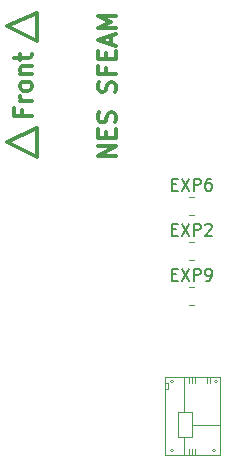
<source format=gbr>
%TF.GenerationSoftware,KiCad,Pcbnew,(5.1.10)-1*%
%TF.CreationDate,2021-06-12T16:41:28+02:00*%
%TF.ProjectId,Nes Sound Expansion,4e657320-536f-4756-9e64-20457870616e,rev?*%
%TF.SameCoordinates,Original*%
%TF.FileFunction,Legend,Top*%
%TF.FilePolarity,Positive*%
%FSLAX46Y46*%
G04 Gerber Fmt 4.6, Leading zero omitted, Abs format (unit mm)*
G04 Created by KiCad (PCBNEW (5.1.10)-1) date 2021-06-12 16:41:28*
%MOMM*%
%LPD*%
G01*
G04 APERTURE LIST*
%ADD10C,0.120000*%
%ADD11C,0.300000*%
%ADD12C,0.375000*%
%ADD13C,0.150000*%
G04 APERTURE END LIST*
D10*
X112014000Y-103505000D02*
G75*
G03*
X112014000Y-103505000I-127000J0D01*
G01*
X115697000Y-103505000D02*
G75*
G03*
X115697000Y-103505000I-127000J0D01*
G01*
X115570000Y-109347000D02*
G75*
G03*
X115570000Y-109347000I-127000J0D01*
G01*
X112014000Y-109347000D02*
G75*
G03*
X112014000Y-109347000I-127000J0D01*
G01*
X111506000Y-104140000D02*
X111252000Y-104140000D01*
X111506000Y-103632000D02*
X111252000Y-103632000D01*
X111506000Y-103632000D02*
X111506000Y-104140000D01*
X115062000Y-103124000D02*
X115062000Y-103632000D01*
X114808000Y-103124000D02*
X114808000Y-103632000D01*
X113792000Y-103124000D02*
X113792000Y-103632000D01*
X113538000Y-103124000D02*
X113538000Y-103632000D01*
X113284000Y-103124000D02*
X113284000Y-103632000D01*
X113792000Y-109220000D02*
X113792000Y-109728000D01*
X113538000Y-109220000D02*
X113538000Y-109728000D01*
X113284000Y-109220000D02*
X113284000Y-109728000D01*
X112903000Y-106045000D02*
X112903000Y-103124000D01*
X113538000Y-107188000D02*
X115951000Y-107188000D01*
X112903000Y-108204000D02*
X112903000Y-109728000D01*
X112395000Y-106045000D02*
X113538000Y-106045000D01*
X113538000Y-108204000D02*
X113538000Y-106045000D01*
X112395000Y-108204000D02*
X113538000Y-108204000D01*
X112395000Y-106045000D02*
X112395000Y-108204000D01*
X115951000Y-103124000D02*
X111252000Y-103124000D01*
X115951000Y-109728000D02*
X115951000Y-103124000D01*
X111252000Y-109728000D02*
X115951000Y-109728000D01*
X111252000Y-103124000D02*
X111252000Y-109728000D01*
D11*
X100457000Y-72263000D02*
X100457000Y-74676000D01*
X97917000Y-73406000D02*
X100457000Y-72263000D01*
X100457000Y-74676000D02*
X97917000Y-73406000D01*
X97917000Y-83185000D02*
X100457000Y-82042000D01*
X100457000Y-84455000D02*
X97917000Y-83185000D01*
X100457000Y-82042000D02*
X100457000Y-84455000D01*
D12*
X99206857Y-80521714D02*
X99206857Y-81021714D01*
X99992571Y-81021714D02*
X98492571Y-81021714D01*
X98492571Y-80307428D01*
X99992571Y-79736000D02*
X98992571Y-79736000D01*
X99278285Y-79736000D02*
X99135428Y-79664571D01*
X99064000Y-79593142D01*
X98992571Y-79450285D01*
X98992571Y-79307428D01*
X99992571Y-78593142D02*
X99921142Y-78736000D01*
X99849714Y-78807428D01*
X99706857Y-78878857D01*
X99278285Y-78878857D01*
X99135428Y-78807428D01*
X99064000Y-78736000D01*
X98992571Y-78593142D01*
X98992571Y-78378857D01*
X99064000Y-78236000D01*
X99135428Y-78164571D01*
X99278285Y-78093142D01*
X99706857Y-78093142D01*
X99849714Y-78164571D01*
X99921142Y-78236000D01*
X99992571Y-78378857D01*
X99992571Y-78593142D01*
X98992571Y-77450285D02*
X99992571Y-77450285D01*
X99135428Y-77450285D02*
X99064000Y-77378857D01*
X98992571Y-77236000D01*
X98992571Y-77021714D01*
X99064000Y-76878857D01*
X99206857Y-76807428D01*
X99992571Y-76807428D01*
X98992571Y-76307428D02*
X98992571Y-75736000D01*
X98492571Y-76093142D02*
X99778285Y-76093142D01*
X99921142Y-76021714D01*
X99992571Y-75878857D01*
X99992571Y-75736000D01*
D13*
X111871333Y-90606571D02*
X112204666Y-90606571D01*
X112347523Y-91130380D02*
X111871333Y-91130380D01*
X111871333Y-90130380D01*
X112347523Y-90130380D01*
X112680857Y-90130380D02*
X113347523Y-91130380D01*
X113347523Y-90130380D02*
X112680857Y-91130380D01*
X113728476Y-91130380D02*
X113728476Y-90130380D01*
X114109428Y-90130380D01*
X114204666Y-90178000D01*
X114252285Y-90225619D01*
X114299904Y-90320857D01*
X114299904Y-90463714D01*
X114252285Y-90558952D01*
X114204666Y-90606571D01*
X114109428Y-90654190D01*
X113728476Y-90654190D01*
X114680857Y-90225619D02*
X114728476Y-90178000D01*
X114823714Y-90130380D01*
X115061809Y-90130380D01*
X115157047Y-90178000D01*
X115204666Y-90225619D01*
X115252285Y-90320857D01*
X115252285Y-90416095D01*
X115204666Y-90558952D01*
X114633238Y-91130380D01*
X115252285Y-91130380D01*
X111871333Y-94416571D02*
X112204666Y-94416571D01*
X112347523Y-94940380D02*
X111871333Y-94940380D01*
X111871333Y-93940380D01*
X112347523Y-93940380D01*
X112680857Y-93940380D02*
X113347523Y-94940380D01*
X113347523Y-93940380D02*
X112680857Y-94940380D01*
X113728476Y-94940380D02*
X113728476Y-93940380D01*
X114109428Y-93940380D01*
X114204666Y-93988000D01*
X114252285Y-94035619D01*
X114299904Y-94130857D01*
X114299904Y-94273714D01*
X114252285Y-94368952D01*
X114204666Y-94416571D01*
X114109428Y-94464190D01*
X113728476Y-94464190D01*
X114776095Y-94940380D02*
X114966571Y-94940380D01*
X115061809Y-94892761D01*
X115109428Y-94845142D01*
X115204666Y-94702285D01*
X115252285Y-94511809D01*
X115252285Y-94130857D01*
X115204666Y-94035619D01*
X115157047Y-93988000D01*
X115061809Y-93940380D01*
X114871333Y-93940380D01*
X114776095Y-93988000D01*
X114728476Y-94035619D01*
X114680857Y-94130857D01*
X114680857Y-94368952D01*
X114728476Y-94464190D01*
X114776095Y-94511809D01*
X114871333Y-94559428D01*
X115061809Y-94559428D01*
X115157047Y-94511809D01*
X115204666Y-94464190D01*
X115252285Y-94368952D01*
X111871333Y-86796571D02*
X112204666Y-86796571D01*
X112347523Y-87320380D02*
X111871333Y-87320380D01*
X111871333Y-86320380D01*
X112347523Y-86320380D01*
X112680857Y-86320380D02*
X113347523Y-87320380D01*
X113347523Y-86320380D02*
X112680857Y-87320380D01*
X113728476Y-87320380D02*
X113728476Y-86320380D01*
X114109428Y-86320380D01*
X114204666Y-86368000D01*
X114252285Y-86415619D01*
X114299904Y-86510857D01*
X114299904Y-86653714D01*
X114252285Y-86748952D01*
X114204666Y-86796571D01*
X114109428Y-86844190D01*
X113728476Y-86844190D01*
X115157047Y-86320380D02*
X114966571Y-86320380D01*
X114871333Y-86368000D01*
X114823714Y-86415619D01*
X114728476Y-86558476D01*
X114680857Y-86748952D01*
X114680857Y-87129904D01*
X114728476Y-87225142D01*
X114776095Y-87272761D01*
X114871333Y-87320380D01*
X115061809Y-87320380D01*
X115157047Y-87272761D01*
X115204666Y-87225142D01*
X115252285Y-87129904D01*
X115252285Y-86891809D01*
X115204666Y-86796571D01*
X115157047Y-86748952D01*
X115061809Y-86701333D01*
X114871333Y-86701333D01*
X114776095Y-86748952D01*
X114728476Y-86796571D01*
X114680857Y-86891809D01*
D11*
X107104571Y-84414571D02*
X105604571Y-84414571D01*
X107104571Y-83557428D01*
X105604571Y-83557428D01*
X106318857Y-82843142D02*
X106318857Y-82343142D01*
X107104571Y-82128857D02*
X107104571Y-82843142D01*
X105604571Y-82843142D01*
X105604571Y-82128857D01*
X107033142Y-81557428D02*
X107104571Y-81343142D01*
X107104571Y-80986000D01*
X107033142Y-80843142D01*
X106961714Y-80771714D01*
X106818857Y-80700285D01*
X106676000Y-80700285D01*
X106533142Y-80771714D01*
X106461714Y-80843142D01*
X106390285Y-80986000D01*
X106318857Y-81271714D01*
X106247428Y-81414571D01*
X106176000Y-81486000D01*
X106033142Y-81557428D01*
X105890285Y-81557428D01*
X105747428Y-81486000D01*
X105676000Y-81414571D01*
X105604571Y-81271714D01*
X105604571Y-80914571D01*
X105676000Y-80700285D01*
X107033142Y-78986000D02*
X107104571Y-78771714D01*
X107104571Y-78414571D01*
X107033142Y-78271714D01*
X106961714Y-78200285D01*
X106818857Y-78128857D01*
X106676000Y-78128857D01*
X106533142Y-78200285D01*
X106461714Y-78271714D01*
X106390285Y-78414571D01*
X106318857Y-78700285D01*
X106247428Y-78843142D01*
X106176000Y-78914571D01*
X106033142Y-78986000D01*
X105890285Y-78986000D01*
X105747428Y-78914571D01*
X105676000Y-78843142D01*
X105604571Y-78700285D01*
X105604571Y-78343142D01*
X105676000Y-78128857D01*
X106318857Y-76986000D02*
X106318857Y-77486000D01*
X107104571Y-77486000D02*
X105604571Y-77486000D01*
X105604571Y-76771714D01*
X106318857Y-76200285D02*
X106318857Y-75700285D01*
X107104571Y-75486000D02*
X107104571Y-76200285D01*
X105604571Y-76200285D01*
X105604571Y-75486000D01*
X106676000Y-74914571D02*
X106676000Y-74200285D01*
X107104571Y-75057428D02*
X105604571Y-74557428D01*
X107104571Y-74057428D01*
X107104571Y-73557428D02*
X105604571Y-73557428D01*
X106676000Y-73057428D01*
X105604571Y-72557428D01*
X107104571Y-72557428D01*
D10*
%TO.C,R2*%
X113287436Y-93191000D02*
X113741564Y-93191000D01*
X113287436Y-91721000D02*
X113741564Y-91721000D01*
%TO.C,R3*%
X113287436Y-97001000D02*
X113741564Y-97001000D01*
X113287436Y-95531000D02*
X113741564Y-95531000D01*
%TO.C,R1*%
X113287436Y-89381000D02*
X113741564Y-89381000D01*
X113287436Y-87911000D02*
X113741564Y-87911000D01*
%TD*%
M02*

</source>
